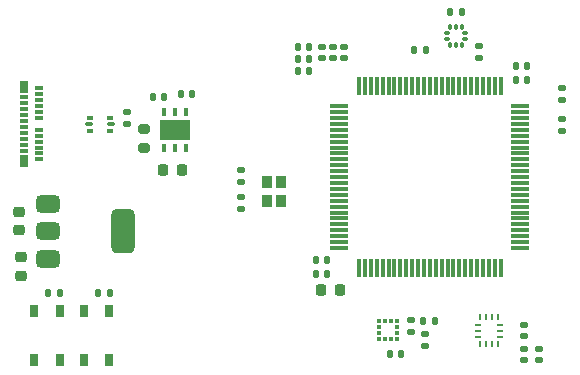
<source format=gbr>
%TF.GenerationSoftware,KiCad,Pcbnew,8.0.6*%
%TF.CreationDate,2024-11-10T20:59:16-05:00*%
%TF.ProjectId,VanguardFlightComputer,56616e67-7561-4726-9446-6c6967687443,rev?*%
%TF.SameCoordinates,Original*%
%TF.FileFunction,Paste,Top*%
%TF.FilePolarity,Positive*%
%FSLAX46Y46*%
G04 Gerber Fmt 4.6, Leading zero omitted, Abs format (unit mm)*
G04 Created by KiCad (PCBNEW 8.0.6) date 2024-11-10 20:59:16*
%MOMM*%
%LPD*%
G01*
G04 APERTURE LIST*
G04 Aperture macros list*
%AMRoundRect*
0 Rectangle with rounded corners*
0 $1 Rounding radius*
0 $2 $3 $4 $5 $6 $7 $8 $9 X,Y pos of 4 corners*
0 Add a 4 corners polygon primitive as box body*
4,1,4,$2,$3,$4,$5,$6,$7,$8,$9,$2,$3,0*
0 Add four circle primitives for the rounded corners*
1,1,$1+$1,$2,$3*
1,1,$1+$1,$4,$5*
1,1,$1+$1,$6,$7*
1,1,$1+$1,$8,$9*
0 Add four rect primitives between the rounded corners*
20,1,$1+$1,$2,$3,$4,$5,0*
20,1,$1+$1,$4,$5,$6,$7,0*
20,1,$1+$1,$6,$7,$8,$9,0*
20,1,$1+$1,$8,$9,$2,$3,0*%
G04 Aperture macros list end*
%ADD10R,0.250000X0.475000*%
%ADD11R,0.475000X0.250000*%
%ADD12R,0.900000X1.000000*%
%ADD13R,0.400000X0.800000*%
%ADD14R,2.500000X1.750000*%
%ADD15R,0.700000X0.300000*%
%ADD16R,0.700000X1.000000*%
%ADD17RoundRect,0.075000X-0.725000X-0.075000X0.725000X-0.075000X0.725000X0.075000X-0.725000X0.075000X0*%
%ADD18RoundRect,0.075000X-0.075000X-0.725000X0.075000X-0.725000X0.075000X0.725000X-0.075000X0.725000X0*%
%ADD19R,0.650000X1.050000*%
%ADD20RoundRect,0.140000X-0.170000X0.140000X-0.170000X-0.140000X0.170000X-0.140000X0.170000X0.140000X0*%
%ADD21RoundRect,0.140000X0.140000X0.170000X-0.140000X0.170000X-0.140000X-0.170000X0.140000X-0.170000X0*%
%ADD22RoundRect,0.135000X-0.185000X0.135000X-0.185000X-0.135000X0.185000X-0.135000X0.185000X0.135000X0*%
%ADD23RoundRect,0.225000X-0.225000X-0.250000X0.225000X-0.250000X0.225000X0.250000X-0.225000X0.250000X0*%
%ADD24RoundRect,0.225000X0.250000X-0.225000X0.250000X0.225000X-0.250000X0.225000X-0.250000X-0.225000X0*%
%ADD25RoundRect,0.225000X-0.250000X0.225000X-0.250000X-0.225000X0.250000X-0.225000X0.250000X0.225000X0*%
%ADD26RoundRect,0.135000X0.135000X0.185000X-0.135000X0.185000X-0.135000X-0.185000X0.135000X-0.185000X0*%
%ADD27RoundRect,0.140000X0.170000X-0.140000X0.170000X0.140000X-0.170000X0.140000X-0.170000X-0.140000X0*%
%ADD28RoundRect,0.093750X-0.156250X-0.093750X0.156250X-0.093750X0.156250X0.093750X-0.156250X0.093750X0*%
%ADD29RoundRect,0.075000X-0.250000X-0.075000X0.250000X-0.075000X0.250000X0.075000X-0.250000X0.075000X0*%
%ADD30R,0.375000X0.350000*%
%ADD31R,0.350000X0.375000*%
%ADD32RoundRect,0.140000X-0.140000X-0.170000X0.140000X-0.170000X0.140000X0.170000X-0.140000X0.170000X0*%
%ADD33RoundRect,0.225000X0.225000X0.250000X-0.225000X0.250000X-0.225000X-0.250000X0.225000X-0.250000X0*%
%ADD34RoundRect,0.087500X-0.125000X-0.087500X0.125000X-0.087500X0.125000X0.087500X-0.125000X0.087500X0*%
%ADD35RoundRect,0.087500X-0.087500X-0.125000X0.087500X-0.125000X0.087500X0.125000X-0.087500X0.125000X0*%
%ADD36RoundRect,0.375000X-0.625000X-0.375000X0.625000X-0.375000X0.625000X0.375000X-0.625000X0.375000X0*%
%ADD37RoundRect,0.500000X-0.500000X-1.400000X0.500000X-1.400000X0.500000X1.400000X-0.500000X1.400000X0*%
%ADD38RoundRect,0.200000X-0.275000X0.200000X-0.275000X-0.200000X0.275000X-0.200000X0.275000X0.200000X0*%
%ADD39RoundRect,0.135000X-0.135000X-0.185000X0.135000X-0.185000X0.135000X0.185000X-0.135000X0.185000X0*%
%ADD40RoundRect,0.147500X-0.172500X0.147500X-0.172500X-0.147500X0.172500X-0.147500X0.172500X0.147500X0*%
G04 APERTURE END LIST*
D10*
%TO.C,IC2*%
X134850000Y-105163000D03*
X135350000Y-105163000D03*
X135850000Y-105163000D03*
X136350000Y-105163000D03*
D11*
X136512000Y-104500000D03*
X136512000Y-104000000D03*
X136512000Y-103500000D03*
D10*
X136350000Y-102837000D03*
X135850000Y-102837000D03*
X135350000Y-102837000D03*
X134850000Y-102837000D03*
D11*
X134688000Y-103500000D03*
X134688000Y-104000000D03*
X134688000Y-104500000D03*
%TD*%
D12*
%TO.C,Y2*%
X116787000Y-91375000D03*
X116787000Y-93025000D03*
X118013000Y-93025000D03*
X118013000Y-91375000D03*
%TD*%
D13*
%TO.C,IC1*%
X108050000Y-88500000D03*
X109000000Y-88500000D03*
X109950000Y-88500000D03*
X109950000Y-85500000D03*
X109000000Y-85500000D03*
X108050000Y-85500000D03*
D14*
X109000000Y-87000000D03*
%TD*%
D15*
%TO.C,J1*%
X97544052Y-83500000D03*
X97544052Y-84000000D03*
X97544052Y-84500000D03*
X97544052Y-85000000D03*
X97544052Y-85500000D03*
X97544052Y-86000000D03*
X97544052Y-87000000D03*
X97544052Y-87500000D03*
X97544052Y-88000000D03*
X97544052Y-88500000D03*
X97544052Y-89000000D03*
X97544052Y-89500000D03*
D16*
X96244052Y-89600000D03*
D15*
X96244052Y-88750000D03*
X96244052Y-88250000D03*
X96244052Y-87750000D03*
X96244052Y-87250000D03*
X96244052Y-86750000D03*
X96244052Y-86250000D03*
X96244052Y-85750000D03*
X96244052Y-85250000D03*
X96244052Y-84750000D03*
X96244052Y-84250000D03*
D16*
X96244052Y-83400000D03*
%TD*%
D17*
%TO.C,U6*%
X122923863Y-85000000D03*
X122923863Y-85500000D03*
X122923863Y-86000000D03*
X122923863Y-86500000D03*
X122923863Y-87000000D03*
X122923863Y-87500000D03*
X122923863Y-88000000D03*
X122923863Y-88500000D03*
X122923863Y-89000000D03*
X122923863Y-89500000D03*
X122923863Y-90000000D03*
X122923863Y-90500000D03*
X122923863Y-91000000D03*
X122923863Y-91500000D03*
X122923863Y-92000000D03*
X122923863Y-92500000D03*
X122923863Y-93000000D03*
X122923863Y-93500000D03*
X122923863Y-94000000D03*
X122923863Y-94500000D03*
X122923863Y-95000000D03*
X122923863Y-95500000D03*
X122923863Y-96000000D03*
X122923863Y-96500000D03*
X122923863Y-97000000D03*
D18*
X124598863Y-98675000D03*
X125098863Y-98675000D03*
X125598863Y-98675000D03*
X126098863Y-98675000D03*
X126598863Y-98675000D03*
X127098863Y-98675000D03*
X127598863Y-98675000D03*
X128098863Y-98675000D03*
X128598863Y-98675000D03*
X129098863Y-98675000D03*
X129598863Y-98675000D03*
X130098863Y-98675000D03*
X130598863Y-98675000D03*
X131098863Y-98675000D03*
X131598863Y-98675000D03*
X132098863Y-98675000D03*
X132598863Y-98675000D03*
X133098863Y-98675000D03*
X133598863Y-98675000D03*
X134098863Y-98675000D03*
X134598863Y-98675000D03*
X135098863Y-98675000D03*
X135598863Y-98675000D03*
X136098863Y-98675000D03*
X136598863Y-98675000D03*
D17*
X138273863Y-97000000D03*
X138273863Y-96500000D03*
X138273863Y-96000000D03*
X138273863Y-95500000D03*
X138273863Y-95000000D03*
X138273863Y-94500000D03*
X138273863Y-94000000D03*
X138273863Y-93500000D03*
X138273863Y-93000000D03*
X138273863Y-92500000D03*
X138273863Y-92000000D03*
X138273863Y-91500000D03*
X138273863Y-91000000D03*
X138273863Y-90500000D03*
X138273863Y-90000000D03*
X138273863Y-89500000D03*
X138273863Y-89000000D03*
X138273863Y-88500000D03*
X138273863Y-88000000D03*
X138273863Y-87500000D03*
X138273863Y-87000000D03*
X138273863Y-86500000D03*
X138273863Y-86000000D03*
X138273863Y-85500000D03*
X138273863Y-85000000D03*
D18*
X136598863Y-83325000D03*
X136098863Y-83325000D03*
X135598863Y-83325000D03*
X135098863Y-83325000D03*
X134598863Y-83325000D03*
X134098863Y-83325000D03*
X133598863Y-83325000D03*
X133098863Y-83325000D03*
X132598863Y-83325000D03*
X132098863Y-83325000D03*
X131598863Y-83325000D03*
X131098863Y-83325000D03*
X130598863Y-83325000D03*
X130098863Y-83325000D03*
X129598863Y-83325000D03*
X129098863Y-83325000D03*
X128598863Y-83325000D03*
X128098863Y-83325000D03*
X127598863Y-83325000D03*
X127098863Y-83325000D03*
X126598863Y-83325000D03*
X126098863Y-83325000D03*
X125598863Y-83325000D03*
X125098863Y-83325000D03*
X124598863Y-83325000D03*
%TD*%
D19*
%TO.C,SW1*%
X101325000Y-106475000D03*
X101325000Y-102325000D03*
X103475000Y-106475000D03*
X103475000Y-102325000D03*
%TD*%
D20*
%TO.C,C5*%
X121438400Y-79969329D03*
X121438400Y-80929329D03*
%TD*%
%TO.C,C21*%
X138600000Y-105520000D03*
X138600000Y-106480000D03*
%TD*%
D21*
%TO.C,C8*%
X120400000Y-80000000D03*
X119440000Y-80000000D03*
%TD*%
D20*
%TO.C,C18*%
X114600000Y-90420000D03*
X114600000Y-91380000D03*
%TD*%
D22*
%TO.C,R10*%
X141800000Y-83490000D03*
X141800000Y-84510000D03*
%TD*%
D23*
%TO.C,C13*%
X108025000Y-90400000D03*
X109575000Y-90400000D03*
%TD*%
D24*
%TO.C,C10*%
X95850000Y-95475000D03*
X95850000Y-93925000D03*
%TD*%
D21*
%TO.C,C30*%
X103480000Y-100800000D03*
X102520000Y-100800000D03*
%TD*%
D25*
%TO.C,C9*%
X96000000Y-97800000D03*
X96000000Y-99350000D03*
%TD*%
D20*
%TO.C,C25*%
X130200000Y-104320000D03*
X130200000Y-105280000D03*
%TD*%
%TO.C,C4*%
X122361017Y-79968433D03*
X122361017Y-80928433D03*
%TD*%
D26*
%TO.C,R8*%
X99310000Y-100800000D03*
X98290000Y-100800000D03*
%TD*%
D22*
%TO.C,R9*%
X141800000Y-86090000D03*
X141800000Y-87110000D03*
%TD*%
D27*
%TO.C,C20*%
X138600000Y-104480000D03*
X138600000Y-103520000D03*
%TD*%
D28*
%TO.C,U3*%
X101800000Y-86000000D03*
D29*
X101725000Y-86537500D03*
D28*
X101800000Y-87075000D03*
X103500000Y-87075000D03*
D29*
X103575000Y-86537500D03*
D28*
X103500000Y-86000000D03*
%TD*%
D30*
%TO.C,U4*%
X126287500Y-103212500D03*
X126287500Y-103712500D03*
X126287500Y-104212500D03*
X126287500Y-104712500D03*
D31*
X126800000Y-104725000D03*
X127300000Y-104725000D03*
D30*
X127812500Y-104712500D03*
X127812500Y-104212500D03*
X127812500Y-103712500D03*
X127812500Y-103212500D03*
D31*
X127300000Y-103200000D03*
X126800000Y-103200000D03*
%TD*%
D32*
%TO.C,C15*%
X138825000Y-82800000D03*
X137865000Y-82800000D03*
%TD*%
%TO.C,C1*%
X121880000Y-98000000D03*
X120920000Y-98000000D03*
%TD*%
D20*
%TO.C,C26*%
X129000000Y-103120000D03*
X129000000Y-104080000D03*
%TD*%
D32*
%TO.C,C24*%
X130046567Y-103198379D03*
X131006567Y-103198379D03*
%TD*%
%TO.C,C2*%
X121880000Y-99200000D03*
X120920000Y-99200000D03*
%TD*%
D33*
%TO.C,FB1*%
X121425000Y-100600000D03*
X122975000Y-100600000D03*
%TD*%
D34*
%TO.C,U5*%
X132037500Y-78837500D03*
X132037500Y-79337500D03*
D35*
X132300000Y-79850000D03*
X132800000Y-79850000D03*
X133300000Y-79850000D03*
D34*
X133562500Y-79337500D03*
X133562500Y-78837500D03*
D35*
X133300000Y-78325000D03*
X132800000Y-78325000D03*
X132300000Y-78325000D03*
%TD*%
D36*
%TO.C,U2*%
X98300000Y-93300000D03*
X98300000Y-95600000D03*
D37*
X104600000Y-95600000D03*
D36*
X98300000Y-97900000D03*
%TD*%
D32*
%TO.C,C27*%
X132320000Y-77050000D03*
X133280000Y-77050000D03*
%TD*%
%TO.C,C11*%
X107120000Y-84200000D03*
X108080000Y-84200000D03*
%TD*%
%TO.C,C12*%
X109520000Y-84000000D03*
X110480000Y-84000000D03*
%TD*%
D21*
%TO.C,C6*%
X120400000Y-80990074D03*
X119440000Y-80990074D03*
%TD*%
%TO.C,C7*%
X120400000Y-82000000D03*
X119440000Y-82000000D03*
%TD*%
D32*
%TO.C,C23*%
X127232500Y-106000000D03*
X128192500Y-106000000D03*
%TD*%
D38*
%TO.C,R1*%
X106384585Y-86926910D03*
X106384585Y-88576910D03*
%TD*%
D19*
%TO.C,SW2*%
X99275000Y-102325000D03*
X99275000Y-106475000D03*
X97125000Y-102325000D03*
X97125000Y-106475000D03*
%TD*%
D20*
%TO.C,C22*%
X139800000Y-105520000D03*
X139800000Y-106480000D03*
%TD*%
%TO.C,C19*%
X114600000Y-92720000D03*
X114600000Y-93680000D03*
%TD*%
%TO.C,C3*%
X123361017Y-79968433D03*
X123361017Y-80928433D03*
%TD*%
D32*
%TO.C,C14*%
X138825000Y-81600000D03*
X137865000Y-81600000D03*
%TD*%
D39*
%TO.C,R2*%
X129290000Y-80200000D03*
X130310000Y-80200000D03*
%TD*%
D40*
%TO.C,D1*%
X105000000Y-85515000D03*
X105000000Y-86485000D03*
%TD*%
D22*
%TO.C,R3*%
X134800000Y-79890000D03*
X134800000Y-80910000D03*
%TD*%
M02*

</source>
